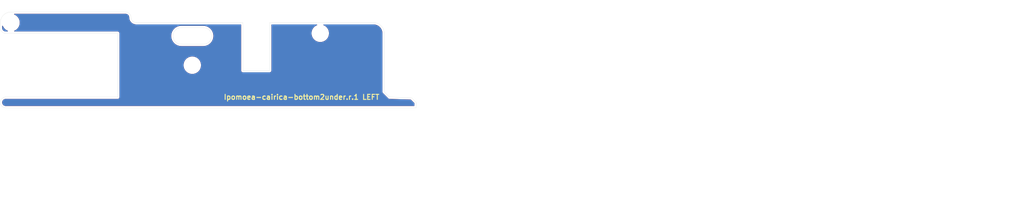
<source format=kicad_pcb>
(kicad_pcb (version 20171130) (host pcbnew "(5.1.5)-3")

  (general
    (thickness 1.6)
    (drawings 21)
    (tracks 0)
    (zones 0)
    (modules 7)
    (nets 1)
  )

  (page A4)
  (layers
    (0 F.Cu signal)
    (31 B.Cu signal)
    (32 B.Adhes user)
    (33 F.Adhes user)
    (34 B.Paste user)
    (35 F.Paste user)
    (36 B.SilkS user)
    (37 F.SilkS user)
    (38 B.Mask user)
    (39 F.Mask user)
    (40 Dwgs.User user)
    (41 Cmts.User user)
    (42 Eco1.User user)
    (43 Eco2.User user)
    (44 Edge.Cuts user)
    (45 Margin user)
    (46 B.CrtYd user)
    (47 F.CrtYd user)
    (48 B.Fab user)
    (49 F.Fab user)
  )

  (setup
    (last_trace_width 0.25)
    (trace_clearance 0.2)
    (zone_clearance 0.508)
    (zone_45_only no)
    (trace_min 0.2)
    (via_size 0.8)
    (via_drill 0.4)
    (via_min_size 0.4)
    (via_min_drill 0.3)
    (uvia_size 0.3)
    (uvia_drill 0.1)
    (uvias_allowed no)
    (uvia_min_size 0.2)
    (uvia_min_drill 0.1)
    (edge_width 0.05)
    (segment_width 0.2)
    (pcb_text_width 0.3)
    (pcb_text_size 1.5 1.5)
    (mod_edge_width 0.12)
    (mod_text_size 1 1)
    (mod_text_width 0.15)
    (pad_size 4.8 4.8)
    (pad_drill 4.8)
    (pad_to_mask_clearance 0.051)
    (solder_mask_min_width 0.25)
    (aux_axis_origin 0 0)
    (visible_elements 7FFFFFFF)
    (pcbplotparams
      (layerselection 0x010f0_ffffffff)
      (usegerberextensions true)
      (usegerberattributes false)
      (usegerberadvancedattributes false)
      (creategerberjobfile false)
      (excludeedgelayer true)
      (linewidth 0.100000)
      (plotframeref false)
      (viasonmask false)
      (mode 1)
      (useauxorigin false)
      (hpglpennumber 1)
      (hpglpenspeed 20)
      (hpglpendiameter 15.000000)
      (psnegative false)
      (psa4output false)
      (plotreference true)
      (plotvalue true)
      (plotinvisibletext false)
      (padsonsilk false)
      (subtractmaskfromsilk true)
      (outputformat 1)
      (mirror false)
      (drillshape 0)
      (scaleselection 1)
      (outputdirectory "../GERBER/Ipomoea-cairica-bottom2under_LEFT"))
  )

  (net 0 "")

  (net_class Default "これはデフォルトのネット クラスです。"
    (clearance 0.2)
    (trace_width 0.25)
    (via_dia 0.8)
    (via_drill 0.4)
    (uvia_dia 0.3)
    (uvia_drill 0.1)
  )

  (module Ipomoea-cairica:M2_SCREW_HOLE_CL (layer F.Cu) (tedit 5E5669A5) (tstamp 5E530EA5)
    (at 69.85 31.75)
    (attr virtual)
    (fp_text reference M2_SPACER_HOLE_005 (at -0.95 -0.55) (layer F.Fab) hide
      (effects (font (size 1 1) (thickness 0.15)))
    )
    (fp_text value Val** (at 0 0.55) (layer F.Fab) hide
      (effects (font (size 1 1) (thickness 0.15)))
    )
    (pad "" np_thru_hole circle (at 0 0) (size 2.2 2.2) (drill 2.2) (layers *.Cu *.Mask)
      (clearance 1.5))
  )

  (module Ipomoea-cairica:M2_SCREW_HOLE_CL (layer F.Cu) (tedit 5E5669A5) (tstamp 5E530657)
    (at 107.95 22.225)
    (attr virtual)
    (fp_text reference M2_SPACER_HOLE_006 (at -0.95 -0.55) (layer F.Fab) hide
      (effects (font (size 1 1) (thickness 0.15)))
    )
    (fp_text value Val** (at 0 0.55) (layer F.Fab) hide
      (effects (font (size 1 1) (thickness 0.15)))
    )
    (pad "" np_thru_hole circle (at 0 0) (size 2.2 2.2) (drill 2.2) (layers *.Cu *.Mask)
      (clearance 1.5))
  )

  (module Ipomoea-cairica:M2_SCREW_HOLE_CL (layer F.Cu) (tedit 5E5669A5) (tstamp 5E52F997)
    (at 15.875 19.05)
    (attr virtual)
    (fp_text reference M2_SPACER_HOLE_014 (at -0.95 -0.55) (layer F.Fab) hide
      (effects (font (size 1 1) (thickness 0.15)))
    )
    (fp_text value Val** (at 0 0.55) (layer F.Fab) hide
      (effects (font (size 1 1) (thickness 0.15)))
    )
    (pad "" np_thru_hole circle (at 0 0) (size 2.2 2.2) (drill 2.2) (layers *.Cu *.Mask)
      (clearance 1.5))
  )

  (module Ipomoea-cairica:CUT_HOLE_CENTER_UNDER_LEFT (layer F.Cu) (tedit 5E5662F7) (tstamp 5E52B174)
    (at 141.2875 69.85)
    (fp_text reference CUT_HOLE_CENTER (at 0 1.5875) (layer Dwgs.User)
      (effects (font (size 1 1) (thickness 0.15)))
    )
    (fp_text value CUT_HOLE_CENTER_UNDER_LEFT (at 0 -1.5875) (layer Dwgs.User)
      (effects (font (size 1 1) (thickness 0.15)))
    )
    (fp_line (start -12.7 -28.575) (end -6.1495 -28.375) (layer Edge.Cuts) (width 0.05))
    (fp_line (start -14.2875 -47.625) (end -14.2875 -30.1625) (layer Edge.Cuts) (width 0.05))
    (fp_line (start -14.2875 -30.1625) (end -12.7 -28.575) (layer Edge.Cuts) (width 0.05))
    (fp_line (start -6.1495 -28.375) (end -4.7625 -26.9875) (layer Edge.Cuts) (width 0.05))
    (fp_line (start -4.7625 -26.9875) (end -4.7625 -25.4) (layer Edge.Cuts) (width 0.05))
  )

  (module Ipomoea-cairica:ResetSW_1side_HOLE (layer B.Cu) (tedit 5E52BCDB) (tstamp 5E526C00)
    (at 69.85 23.01875 180)
    (path /5E9EBF4D)
    (fp_text reference SW_RST1 (at 0 -2.55) (layer Dwgs.User) hide
      (effects (font (size 1 1) (thickness 0.15)))
    )
    (fp_text value SW_PUSH (at 0 2.55) (layer B.Fab)
      (effects (font (size 1 1) (thickness 0.15)) (justify mirror))
    )
    (fp_line (start -3.25 -2.5) (end 3.25 -2.5) (layer Edge.Cuts) (width 0.05))
    (fp_line (start -3.25 2.5) (end 3.25 2.5) (layer Edge.Cuts) (width 0.05))
    (fp_arc (start 3.25 0) (end 3.25 -2.5) (angle 180) (layer Edge.Cuts) (width 0.05))
    (fp_arc (start -3.25 0) (end -3.25 2.5) (angle 180) (layer Edge.Cuts) (width 0.05))
    (fp_circle (center -3.25 0) (end -2.25 0) (layer Dwgs.User) (width 0.12))
    (fp_circle (center 3.25 0) (end 4.25 0) (layer Dwgs.User) (width 0.12))
    (fp_text user RESET (at 0 0) (layer Dwgs.User)
      (effects (font (size 1 1) (thickness 0.15)))
    )
    (fp_line (start 3 1.75) (end 3 1.5) (layer Dwgs.User) (width 0.15))
    (fp_line (start -3 1.75) (end 3 1.75) (layer Dwgs.User) (width 0.15))
    (fp_line (start -3 1.75) (end -3 1.5) (layer Dwgs.User) (width 0.15))
    (fp_line (start -3 -1.75) (end -3 -1.5) (layer Dwgs.User) (width 0.15))
    (fp_line (start 3 -1.75) (end 3 -1.5) (layer Dwgs.User) (width 0.15))
    (fp_line (start -3 -1.75) (end 3 -1.75) (layer Dwgs.User) (width 0.15))
  )

  (module Ipomoea-cairica:ProMicro_Layout (layer F.Cu) (tedit 5E5274C1) (tstamp 5E5274DA)
    (at 31.75 32.015 90)
    (path /5E4FEF10)
    (fp_text reference U1 (at 0 0.5 90) (layer Dwgs.User)
      (effects (font (size 1 1) (thickness 0.15)))
    )
    (fp_text value ProMicro_Layout (at 0 -0.5 90) (layer F.Fab)
      (effects (font (size 1 1) (thickness 0.15)))
    )
    (fp_circle (center -7.62 13.97) (end -6.858 13.97) (layer Dwgs.User) (width 0.12))
    (fp_circle (center -7.62 11.43) (end -6.858 11.43) (layer Dwgs.User) (width 0.12))
    (fp_circle (center -7.62 6.35) (end -6.858 6.35) (layer Dwgs.User) (width 0.12))
    (fp_circle (center -7.62 -1.27) (end -6.858 -1.27) (layer Dwgs.User) (width 0.12))
    (fp_circle (center -7.62 1.27) (end -6.858 1.27) (layer Dwgs.User) (width 0.12))
    (fp_circle (center -7.62 8.89) (end -6.858 8.89) (layer Dwgs.User) (width 0.12))
    (fp_circle (center -7.62 3.81) (end -6.858 3.81) (layer Dwgs.User) (width 0.12))
    (fp_circle (center -7.62 -3.81) (end -6.858 -3.81) (layer Dwgs.User) (width 0.12))
    (fp_circle (center -7.62 -6.35) (end -6.858 -6.35) (layer Dwgs.User) (width 0.12))
    (fp_circle (center -7.62 -8.89) (end -6.858 -8.89) (layer Dwgs.User) (width 0.12))
    (fp_circle (center -7.62 -11.43) (end -6.858 -11.43) (layer Dwgs.User) (width 0.12))
    (fp_circle (center -7.62 -13.97) (end -6.858 -13.97) (layer Dwgs.User) (width 0.12))
    (fp_circle (center 7.62 13.97) (end 8.382 13.97) (layer Dwgs.User) (width 0.12))
    (fp_circle (center 7.62 11.43) (end 8.382 11.43) (layer Dwgs.User) (width 0.12))
    (fp_circle (center 7.62 8.89) (end 8.382 8.89) (layer Dwgs.User) (width 0.12))
    (fp_circle (center 7.62 -3.81) (end 8.382 -3.81) (layer Dwgs.User) (width 0.12))
    (fp_circle (center 7.62 6.35) (end 8.382 6.35) (layer Dwgs.User) (width 0.12))
    (fp_circle (center 7.62 3.81) (end 8.382 3.81) (layer Dwgs.User) (width 0.12))
    (fp_circle (center 7.62 -1.27) (end 8.382 -1.27) (layer Dwgs.User) (width 0.12))
    (fp_circle (center 7.62 1.27) (end 8.382 1.27) (layer Dwgs.User) (width 0.12))
    (fp_circle (center 7.62 -6.35) (end 8.382 -6.35) (layer Dwgs.User) (width 0.12))
    (fp_circle (center 7.62 -8.89) (end 8.382 -8.89) (layer Dwgs.User) (width 0.12))
    (fp_circle (center 7.62 -11.43) (end 8.382 -11.43) (layer Dwgs.User) (width 0.12))
    (fp_circle (center 7.62 -13.97) (end 8.382 -13.97) (layer Dwgs.User) (width 0.12))
    (fp_circle (center -7.62 -16.51) (end -6.858 -16.51) (layer Dwgs.User) (width 0.12))
    (fp_circle (center 7.62 -16.51) (end 8.382 -16.51) (layer Dwgs.User) (width 0.12))
    (fp_text user ProMicro (at 0 13.97 90 unlocked) (layer Dwgs.User)
      (effects (font (size 1 1) (thickness 0.15)) (justify mirror))
    )
    (fp_text user D3 (at 5.08 -13.97 90) (layer Dwgs.User)
      (effects (font (size 0.8 0.8) (thickness 0.15)) (justify mirror))
    )
    (fp_text user F6 (at -5.08 1.27 90 unlocked) (layer Dwgs.User)
      (effects (font (size 0.8 0.8) (thickness 0.15)) (justify mirror))
    )
    (fp_text user B3 (at -5.08 8.89 90 unlocked) (layer Dwgs.User)
      (effects (font (size 0.8 0.8) (thickness 0.15)) (justify mirror))
    )
    (fp_text user D0 (at 5.08 -1.27 90 unlocked) (layer Dwgs.User)
      (effects (font (size 0.8 0.8) (thickness 0.15)) (justify mirror))
    )
    (fp_text user D7 (at 5.08 6.35 90 unlocked) (layer Dwgs.User)
      (effects (font (size 0.8 0.8) (thickness 0.15)) (justify mirror))
    )
    (fp_text user C6 (at 5.08 3.81 90 unlocked) (layer Dwgs.User)
      (effects (font (size 0.8 0.8) (thickness 0.15)) (justify mirror))
    )
    (fp_text user F7 (at -5.08 3.81 90 unlocked) (layer Dwgs.User)
      (effects (font (size 0.8 0.8) (thickness 0.15)) (justify mirror))
    )
    (fp_text user B5 (at 5.08 13.97 90 unlocked) (layer Dwgs.User)
      (effects (font (size 0.8 0.8) (thickness 0.15)) (justify mirror))
    )
    (fp_text user B6 (at -5.08 13.97 90 unlocked) (layer Dwgs.User)
      (effects (font (size 0.8 0.8) (thickness 0.15)) (justify mirror))
    )
    (fp_text user D1 (at 5.08 -3.81 90 unlocked) (layer Dwgs.User)
      (effects (font (size 0.8 0.8) (thickness 0.15)) (justify mirror))
    )
    (fp_text user F5 (at -5.08 -1.27 90 unlocked) (layer Dwgs.User)
      (effects (font (size 0.8 0.8) (thickness 0.15)) (justify mirror))
    )
    (fp_text user B4 (at 5.08 11.43 90 unlocked) (layer Dwgs.User)
      (effects (font (size 0.8 0.8) (thickness 0.15)) (justify mirror))
    )
    (fp_text user F4 (at -5.08 -3.81 90 unlocked) (layer Dwgs.User)
      (effects (font (size 0.8 0.8) (thickness 0.15)) (justify mirror))
    )
    (fp_text user RST (at -5.08 -8.89 90 unlocked) (layer Dwgs.User)
      (effects (font (size 0.8 0.8) (thickness 0.15)) (justify mirror))
    )
    (fp_text user VCC (at -5.08 -6.35 90 unlocked) (layer Dwgs.User)
      (effects (font (size 0.8 0.8) (thickness 0.15)) (justify mirror))
    )
    (fp_text user GND (at -5.08 -11.43 90 unlocked) (layer Dwgs.User)
      (effects (font (size 0.8 0.8) (thickness 0.15)) (justify mirror))
    )
    (fp_text user GND (at 5.08 -6.35 90 unlocked) (layer Dwgs.User)
      (effects (font (size 0.8 0.8) (thickness 0.15)) (justify mirror))
    )
    (fp_text user E6 (at 5.08 8.89 90 unlocked) (layer Dwgs.User)
      (effects (font (size 0.8 0.8) (thickness 0.15)) (justify mirror))
    )
    (fp_text user D2 (at 5.08 -11.43 90 unlocked) (layer Dwgs.User)
      (effects (font (size 0.8 0.8) (thickness 0.15)) (justify mirror))
    )
    (fp_text user GND (at 5.08 -8.89 90 unlocked) (layer Dwgs.User)
      (effects (font (size 0.8 0.8) (thickness 0.15)) (justify mirror))
    )
    (fp_text user D4 (at 5.08 1.27 90 unlocked) (layer Dwgs.User)
      (effects (font (size 0.8 0.8) (thickness 0.15)) (justify mirror))
    )
    (fp_text user B2 (at -5.08 11.43 90 unlocked) (layer Dwgs.User)
      (effects (font (size 0.8 0.8) (thickness 0.15)) (justify mirror))
    )
    (fp_text user RAW (at -5.08 -13.97 90 unlocked) (layer Dwgs.User)
      (effects (font (size 0.8 0.8) (thickness 0.15)) (justify mirror))
    )
    (fp_text user B1 (at -5.08 6.35 90) (layer Dwgs.User)
      (effects (font (size 0.8 0.8) (thickness 0.15)) (justify mirror))
    )
    (fp_line (start 8.89 -17.78) (end 8.89 15.24) (layer Dwgs.User) (width 0.2))
    (fp_line (start -8.89 15.24) (end -8.89 -17.78) (layer Dwgs.User) (width 0.2))
    (fp_line (start 3.81 -19.05) (end -3.81 -19.05) (layer Dwgs.User) (width 0.2))
    (fp_line (start 8.89 15.24) (end -8.89 15.24) (layer Dwgs.User) (width 0.2))
    (fp_line (start -3.81 -19.05) (end -3.81 -15.24) (layer Dwgs.User) (width 0.2))
    (fp_line (start 3.81 -15.24) (end 3.81 -19.05) (layer Dwgs.User) (width 0.2))
    (fp_line (start -3.81 -15.24) (end 3.81 -15.24) (layer Dwgs.User) (width 0.2))
    (fp_line (start -8.89 -17.78) (end 8.89 -17.78) (layer Dwgs.User) (width 0.2))
  )

  (module Ipomoea-cairica:MJ-4PP-9_1side_Layout (layer B.Cu) (tedit 5E52751B) (tstamp 5E526C26)
    (at 88.9 20.6375 180)
    (path /5E676F2F)
    (fp_text reference J1 (at -0.85 -4.95) (layer B.Fab)
      (effects (font (size 1 1) (thickness 0.15)) (justify mirror))
    )
    (fp_text value MJ-4PP-9 (at 0 -14) (layer B.Fab) hide
      (effects (font (size 1 1) (thickness 0.15)) (justify mirror))
    )
    (fp_circle (center -2.1 -12.18) (end -1.25 -12.18) (layer Dwgs.User) (width 0.12))
    (fp_text user TRRS (at -0.75 -6.45) (layer Dwgs.User)
      (effects (font (size 1 1) (thickness 0.15)))
    )
    (fp_line (start -3 -12) (end -3 0) (layer Dwgs.User) (width 0.15))
    (fp_line (start 3 -12) (end -3 -12) (layer Dwgs.User) (width 0.15))
    (fp_line (start 3 0) (end 3 -12) (layer Dwgs.User) (width 0.15))
    (fp_line (start -3 0) (end 3 0) (layer Dwgs.User) (width 0.15))
    (model "../../../../../../Users/pluis/Documents/Magic Briefcase/Documents/KiCad/3d/AB2_TRS_3p5MM_PTH.wrl"
      (at (xyz 0 0 0))
      (scale (xyz 0.42 0.42 0.42))
      (rotate (xyz 0 0 90))
    )
  )

  (dimension 28.575 (width 0.15) (layer Dwgs.User)
    (gr_text "28.575 mm" (at 139.4125 30.1625 270) (layer Dwgs.User)
      (effects (font (size 1 1) (thickness 0.15)))
    )
    (feature1 (pts (xy 136.525 44.45) (xy 138.698921 44.45)))
    (feature2 (pts (xy 136.525 15.875) (xy 138.698921 15.875)))
    (crossbar (pts (xy 138.1125 15.875) (xy 138.1125 44.45)))
    (arrow1a (pts (xy 138.1125 44.45) (xy 137.526079 43.323496)))
    (arrow1b (pts (xy 138.1125 44.45) (xy 138.698921 43.323496)))
    (arrow2a (pts (xy 138.1125 15.875) (xy 137.526079 17.001504)))
    (arrow2b (pts (xy 138.1125 15.875) (xy 138.698921 17.001504)))
  )
  (dimension 123.825 (width 0.15) (layer Dwgs.User)
    (gr_text "123.825 mm" (at 74.6125 12.9875) (layer Dwgs.User)
      (effects (font (size 1 1) (thickness 0.15)))
    )
    (feature1 (pts (xy 136.525 15.875) (xy 136.525 13.701079)))
    (feature2 (pts (xy 12.7 15.875) (xy 12.7 13.701079)))
    (crossbar (pts (xy 12.7 14.2875) (xy 136.525 14.2875)))
    (arrow1a (pts (xy 136.525 14.2875) (xy 135.398496 14.873921)))
    (arrow1b (pts (xy 136.525 14.2875) (xy 135.398496 13.701079)))
    (arrow2a (pts (xy 12.7 14.2875) (xy 13.826504 14.873921)))
    (arrow2b (pts (xy 12.7 14.2875) (xy 13.826504 13.701079)))
  )
  (gr_arc (start 50.00625 17.4625) (end 51.59375 17.4625) (angle -90) (layer Edge.Cuts) (width 0.05) (tstamp 5E56DE0F))
  (gr_line (start 12.7 19.05) (end 12.7 20.6375) (layer Edge.Cuts) (width 0.05) (tstamp 5E56DE15))
  (gr_arc (start 14.2875 42.8625) (end 12.7 42.8625) (angle -90) (layer Edge.Cuts) (width 0.05) (tstamp 5E56DE12))
  (gr_arc (start 15.875 19.05) (end 15.875 15.875) (angle -90) (layer Edge.Cuts) (width 0.05) (tstamp 5E56DE10))
  (gr_arc (start 14.2875 20.6375) (end 12.7 20.6375) (angle -90) (layer Edge.Cuts) (width 0.05) (tstamp 5E56DE16))
  (gr_line (start 15.875 15.875) (end 50.00625 15.875) (layer Edge.Cuts) (width 0.05) (tstamp 5E56DE14))
  (gr_arc (start 14.2875 42.8625) (end 14.2875 41.275) (angle -90) (layer Edge.Cuts) (width 0.05) (tstamp 5E56DE13))
  (gr_arc (start 53.18125 17.4625) (end 51.59375 17.4625) (angle -90) (layer Edge.Cuts) (width 0.05) (tstamp 5E56DE11))
  (gr_text "Ipomoea-cairica-bottom2under.r.1 LEFT" (at 102.39375 41.275) (layer F.SilkS) (tstamp 5E538E00)
    (effects (font (size 1.5 1.5) (thickness 0.3)))
  )
  (gr_line (start 136.525 44.45) (end 14.2875 44.45) (layer Edge.Cuts) (width 0.05) (tstamp 5E54244F))
  (gr_line (start 92.86875 33.3375) (end 92.86875 19.05) (layer Edge.Cuts) (width 0.05) (tstamp 5E5407E4))
  (gr_line (start 92.86875 33.3375) (end 84.93125 33.3375) (layer Edge.Cuts) (width 0.05) (tstamp 5E5407DF))
  (gr_line (start 84.93125 33.3375) (end 84.93125 19.05) (layer Edge.Cuts) (width 0.05) (tstamp 5E5407D7))
  (gr_line (start 92.86875 19.05) (end 123.825 19.05) (layer Edge.Cuts) (width 0.05) (tstamp 5E5407D4))
  (gr_line (start 53.18125 19.05) (end 84.93125 19.05) (layer Edge.Cuts) (width 0.05) (tstamp 5E5407AA))
  (gr_line (start 14.2875 22.225) (end 47.625 22.225) (layer Edge.Cuts) (width 0.05) (tstamp 5E53A486))
  (gr_line (start 47.625 41.275) (end 47.625 22.225) (layer Edge.Cuts) (width 0.05) (tstamp 5E53A483))
  (gr_line (start 47.625 41.275) (end 14.2875 41.275) (layer Edge.Cuts) (width 0.05) (tstamp 5E53A47F))
  (gr_arc (start 123.825 22.225) (end 127 22.225) (angle -90) (layer Edge.Cuts) (width 0.05) (tstamp 5E5346B4))

  (zone (net 0) (net_name "") (layer F.Cu) (tstamp 5E5665A2) (hatch edge 0.508)
    (connect_pads (clearance 0.508))
    (min_thickness 0.254)
    (fill yes (arc_segments 32) (thermal_gap 0.508) (thermal_bridge_width 0.508))
    (polygon
      (pts
        (xy 317.5 44.45) (xy 12.7 44.45) (xy 12.7 15.875) (xy 317.5 15.875)
      )
    )
    (filled_polygon
      (pts
        (xy 50.185788 16.555769) (xy 50.358487 16.60791) (xy 50.517768 16.692602) (xy 50.657569 16.806619) (xy 50.772558 16.945617)
        (xy 50.85836 17.104305) (xy 50.911705 17.276635) (xy 50.936641 17.51389) (xy 50.936505 17.533399) (xy 50.937404 17.542571)
        (xy 50.969789 17.850698) (xy 50.981819 17.909304) (xy 50.993026 17.968056) (xy 50.99569 17.976878) (xy 51.087308 18.272848)
        (xy 51.110496 18.328011) (xy 51.132898 18.383457) (xy 51.137224 18.391593) (xy 51.284585 18.664131) (xy 51.318018 18.713698)
        (xy 51.350789 18.763777) (xy 51.356614 18.770918) (xy 51.554104 19.009643) (xy 51.596522 19.051765) (xy 51.638404 19.094535)
        (xy 51.645505 19.100409) (xy 51.885603 19.296226) (xy 51.935411 19.329318) (xy 51.984783 19.363124) (xy 51.992889 19.367507)
        (xy 52.266449 19.512962) (xy 52.321767 19.535762) (xy 52.376738 19.559323) (xy 52.385541 19.562048) (xy 52.682142 19.651597)
        (xy 52.74083 19.663217) (xy 52.799333 19.675653) (xy 52.808498 19.676616) (xy 53.116845 19.70685) (xy 53.116848 19.70685)
        (xy 53.148831 19.71) (xy 84.271251 19.71) (xy 84.27125 33.305081) (xy 84.268057 33.3375) (xy 84.2808 33.466883)
        (xy 84.31854 33.591293) (xy 84.379825 33.70595) (xy 84.462302 33.806448) (xy 84.5628 33.888925) (xy 84.677457 33.95021)
        (xy 84.801867 33.98795) (xy 84.93125 34.000693) (xy 84.963669 33.9975) (xy 92.836331 33.9975) (xy 92.86875 34.000693)
        (xy 92.901169 33.9975) (xy 92.998133 33.98795) (xy 93.122543 33.95021) (xy 93.2372 33.888925) (xy 93.337698 33.806448)
        (xy 93.420175 33.70595) (xy 93.48146 33.591293) (xy 93.5192 33.466883) (xy 93.531943 33.3375) (xy 93.52875 33.305081)
        (xy 93.52875 19.71) (xy 106.895752 19.71) (xy 106.658281 19.808364) (xy 106.211639 20.106801) (xy 105.831801 20.486639)
        (xy 105.533364 20.933281) (xy 105.327797 21.429563) (xy 105.223 21.956414) (xy 105.223 22.493586) (xy 105.327797 23.020437)
        (xy 105.533364 23.516719) (xy 105.831801 23.963361) (xy 106.211639 24.343199) (xy 106.658281 24.641636) (xy 107.154563 24.847203)
        (xy 107.681414 24.952) (xy 108.218586 24.952) (xy 108.745437 24.847203) (xy 109.241719 24.641636) (xy 109.688361 24.343199)
        (xy 110.068199 23.963361) (xy 110.366636 23.516719) (xy 110.572203 23.020437) (xy 110.677 22.493586) (xy 110.677 21.956414)
        (xy 110.572203 21.429563) (xy 110.366636 20.933281) (xy 110.068199 20.486639) (xy 109.688361 20.106801) (xy 109.241719 19.808364)
        (xy 109.004248 19.71) (xy 123.792722 19.71) (xy 124.312884 19.761002) (xy 124.782188 19.902694) (xy 125.215025 20.132837)
        (xy 125.594927 20.442678) (xy 125.907403 20.820397) (xy 126.140569 21.251627) (xy 126.285532 21.719928) (xy 126.34 22.238153)
        (xy 126.340001 39.655081) (xy 126.336808 39.6875) (xy 126.349551 39.816882) (xy 126.38729 39.941292) (xy 126.448575 40.05595)
        (xy 126.510386 40.131266) (xy 126.510389 40.131269) (xy 126.531053 40.156448) (xy 126.556232 40.177112) (xy 128.090746 41.711627)
        (xy 128.10446 41.729418) (xy 128.136585 41.757466) (xy 128.143733 41.764614) (xy 128.161047 41.778823) (xy 128.202394 41.814923)
        (xy 128.211192 41.819976) (xy 128.219049 41.826425) (xy 128.267526 41.852336) (xy 128.315127 41.879679) (xy 128.324748 41.882921)
        (xy 128.333707 41.88771) (xy 128.386274 41.903656) (xy 128.438327 41.921198) (xy 128.448401 41.922502) (xy 128.458117 41.925449)
        (xy 128.512766 41.930831) (xy 128.534955 41.933703) (xy 128.545051 41.934011) (xy 128.587499 41.938192) (xy 128.609857 41.93599)
        (xy 134.856257 42.126705) (xy 135.865 43.135811) (xy 135.865001 43.79) (xy 14.31978 43.79) (xy 14.107962 43.769231)
        (xy 13.935264 43.717091) (xy 13.775982 43.632399) (xy 13.636179 43.518378) (xy 13.521194 43.379385) (xy 13.43539 43.220695)
        (xy 13.382045 43.048365) (xy 13.362849 42.865725) (xy 13.380769 42.682962) (xy 13.43291 42.510263) (xy 13.517602 42.350982)
        (xy 13.631619 42.211181) (xy 13.770617 42.096192) (xy 13.929305 42.01039) (xy 14.101635 41.957045) (xy 14.31138 41.935)
        (xy 47.592581 41.935) (xy 47.625 41.938193) (xy 47.657419 41.935) (xy 47.754383 41.92545) (xy 47.878793 41.88771)
        (xy 47.99345 41.826425) (xy 48.093948 41.743948) (xy 48.176425 41.64345) (xy 48.23771 41.528793) (xy 48.27545 41.404383)
        (xy 48.288193 41.275) (xy 48.285 41.242581) (xy 48.285 31.481414) (xy 67.123 31.481414) (xy 67.123 32.018586)
        (xy 67.227797 32.545437) (xy 67.433364 33.041719) (xy 67.731801 33.488361) (xy 68.111639 33.868199) (xy 68.558281 34.166636)
        (xy 69.054563 34.372203) (xy 69.581414 34.477) (xy 70.118586 34.477) (xy 70.645437 34.372203) (xy 71.141719 34.166636)
        (xy 71.588361 33.868199) (xy 71.968199 33.488361) (xy 72.266636 33.041719) (xy 72.472203 32.545437) (xy 72.577 32.018586)
        (xy 72.577 31.481414) (xy 72.472203 30.954563) (xy 72.266636 30.458281) (xy 71.968199 30.011639) (xy 71.588361 29.631801)
        (xy 71.141719 29.333364) (xy 70.645437 29.127797) (xy 70.118586 29.023) (xy 69.581414 29.023) (xy 69.054563 29.127797)
        (xy 68.558281 29.333364) (xy 68.111639 29.631801) (xy 67.731801 30.011639) (xy 67.433364 30.458281) (xy 67.227797 30.954563)
        (xy 67.123 31.481414) (xy 48.285 31.481414) (xy 48.285 22.976385) (xy 63.442777 22.976385) (xy 63.443195 23.036203)
        (xy 63.442777 23.096021) (xy 63.443677 23.105192) (xy 63.494678 23.590434) (xy 63.506699 23.648997) (xy 63.517914 23.70779)
        (xy 63.520578 23.716612) (xy 63.664858 24.182706) (xy 63.688033 24.237836) (xy 63.710447 24.293315) (xy 63.714774 24.301451)
        (xy 63.946838 24.730644) (xy 63.980271 24.780211) (xy 64.013042 24.83029) (xy 64.018867 24.837431) (xy 64.329875 25.213377)
        (xy 64.372311 25.255517) (xy 64.414174 25.298267) (xy 64.421275 25.304141) (xy 64.799382 25.612517) (xy 64.849191 25.645609)
        (xy 64.898563 25.679416) (xy 64.906667 25.683797) (xy 64.906675 25.683801) (xy 65.337473 25.912861) (xy 65.392788 25.93566)
        (xy 65.44776 25.959221) (xy 65.456563 25.961946) (xy 65.923652 26.102969) (xy 65.982369 26.114595) (xy 66.040845 26.127025)
        (xy 66.050009 26.127988) (xy 66.535596 26.1756) (xy 66.535598 26.1756) (xy 66.567581 26.17875) (xy 73.132419 26.17875)
        (xy 73.134718 26.178524) (xy 73.139519 26.17849) (xy 73.169333 26.175356) (xy 73.199309 26.175356) (xy 73.208474 26.174393)
        (xy 73.693348 26.120006) (xy 73.751863 26.107568) (xy 73.81054 26.09595) (xy 73.819343 26.093225) (xy 74.284419 25.945694)
        (xy 74.339391 25.922133) (xy 74.394706 25.899334) (xy 74.402812 25.894951) (xy 74.830374 25.659897) (xy 74.879736 25.626098)
        (xy 74.929558 25.592997) (xy 74.936658 25.587123) (xy 75.310423 25.273497) (xy 75.352286 25.230747) (xy 75.394721 25.188608)
        (xy 75.400545 25.181467) (xy 75.706274 24.801217) (xy 75.739034 24.751154) (xy 75.772479 24.70157) (xy 75.776805 24.693433)
        (xy 76.002854 24.261041) (xy 76.02525 24.205609) (xy 76.048444 24.150433) (xy 76.051107 24.141611) (xy 76.188865 23.673548)
        (xy 76.200066 23.614829) (xy 76.212103 23.556192) (xy 76.213002 23.547021) (xy 76.257223 23.061115) (xy 76.256805 23.001297)
        (xy 76.257223 22.94148) (xy 76.256323 22.932308) (xy 76.205322 22.447066) (xy 76.193302 22.38851) (xy 76.182086 22.329709)
        (xy 76.179422 22.320888) (xy 76.035142 21.854794) (xy 76.011954 21.799631) (xy 75.989552 21.744185) (xy 75.985226 21.736049)
        (xy 75.753162 21.306856) (xy 75.719729 21.257289) (xy 75.686958 21.20721) (xy 75.681134 21.200069) (xy 75.370125 20.824124)
        (xy 75.327708 20.782002) (xy 75.285826 20.739233) (xy 75.278725 20.73336) (xy 74.900618 20.424983) (xy 74.850809 20.391891)
        (xy 74.801437 20.358084) (xy 74.793331 20.353702) (xy 74.362527 20.12464) (xy 74.307233 20.101849) (xy 74.25224 20.078279)
        (xy 74.243437 20.075554) (xy 73.776347 19.934531) (xy 73.717653 19.922909) (xy 73.659156 19.910475) (xy 73.649991 19.909512)
        (xy 73.164405 19.8619) (xy 73.164402 19.8619) (xy 73.132419 19.85875) (xy 66.567581 19.85875) (xy 66.565282 19.858976)
        (xy 66.560481 19.85901) (xy 66.530667 19.862144) (xy 66.500691 19.862144) (xy 66.491526 19.863107) (xy 66.006652 19.917494)
        (xy 65.948137 19.929932) (xy 65.88946 19.94155) (xy 65.880657 19.944275) (xy 65.415581 20.091806) (xy 65.360609 20.115367)
        (xy 65.305294 20.138166) (xy 65.297188 20.142549) (xy 64.869625 20.377603) (xy 64.820269 20.411398) (xy 64.770442 20.444503)
        (xy 64.763342 20.450377) (xy 64.389578 20.764003) (xy 64.347734 20.806733) (xy 64.305279 20.848892) (xy 64.299455 20.856034)
        (xy 63.993726 21.236283) (xy 63.960966 21.286346) (xy 63.927521 21.33593) (xy 63.923195 21.344067) (xy 63.697146 21.776459)
        (xy 63.674767 21.83185) (xy 63.651556 21.887067) (xy 63.648893 21.895889) (xy 63.511135 22.363952) (xy 63.499934 22.422671)
        (xy 63.487897 22.481308) (xy 63.486998 22.490479) (xy 63.442777 22.976385) (xy 48.285 22.976385) (xy 48.285 22.257419)
        (xy 48.288193 22.225) (xy 48.27545 22.095617) (xy 48.23771 21.971207) (xy 48.176425 21.85655) (xy 48.093948 21.756052)
        (xy 47.99345 21.673575) (xy 47.878793 21.61229) (xy 47.754383 21.57455) (xy 47.689402 21.56815) (xy 47.625 21.561807)
        (xy 47.592581 21.565) (xy 16.929248 21.565) (xy 17.166719 21.466636) (xy 17.613361 21.168199) (xy 17.993199 20.788361)
        (xy 18.291636 20.341719) (xy 18.497203 19.845437) (xy 18.602 19.318586) (xy 18.602 18.781414) (xy 18.497203 18.254563)
        (xy 18.291636 17.758281) (xy 17.993199 17.311639) (xy 17.613361 16.931801) (xy 17.166719 16.633364) (xy 16.929248 16.535)
        (xy 49.973971 16.535)
      )
    )
    (filled_polygon
      (pts
        (xy 13.458364 20.341719) (xy 13.756801 20.788361) (xy 14.136639 21.168199) (xy 14.583281 21.466636) (xy 14.820752 21.565)
        (xy 14.31978 21.565) (xy 14.107962 21.544231) (xy 13.935264 21.492091) (xy 13.775982 21.407399) (xy 13.636179 21.293378)
        (xy 13.521194 21.154385) (xy 13.43539 20.995695) (xy 13.382045 20.823365) (xy 13.36 20.613619) (xy 13.36 20.104248)
      )
    )
  )
  (zone (net 0) (net_name "") (layer B.Cu) (tstamp 5E5665A1) (hatch edge 0.508)
    (connect_pads (clearance 0.508))
    (min_thickness 0.254)
    (fill yes (arc_segments 32) (thermal_gap 0.508) (thermal_bridge_width 0.508))
    (polygon
      (pts
        (xy 317.5 44.45) (xy 12.7 44.45) (xy 12.7 15.875) (xy 317.5 15.875)
      )
    )
    (filled_polygon
      (pts
        (xy 50.185788 16.555769) (xy 50.358487 16.60791) (xy 50.517768 16.692602) (xy 50.657569 16.806619) (xy 50.772558 16.945617)
        (xy 50.85836 17.104305) (xy 50.911705 17.276635) (xy 50.936641 17.51389) (xy 50.936505 17.533399) (xy 50.937404 17.542571)
        (xy 50.969789 17.850698) (xy 50.981819 17.909304) (xy 50.993026 17.968056) (xy 50.99569 17.976878) (xy 51.087308 18.272848)
        (xy 51.110496 18.328011) (xy 51.132898 18.383457) (xy 51.137224 18.391593) (xy 51.284585 18.664131) (xy 51.318018 18.713698)
        (xy 51.350789 18.763777) (xy 51.356614 18.770918) (xy 51.554104 19.009643) (xy 51.596522 19.051765) (xy 51.638404 19.094535)
        (xy 51.645505 19.100409) (xy 51.885603 19.296226) (xy 51.935411 19.329318) (xy 51.984783 19.363124) (xy 51.992889 19.367507)
        (xy 52.266449 19.512962) (xy 52.321767 19.535762) (xy 52.376738 19.559323) (xy 52.385541 19.562048) (xy 52.682142 19.651597)
        (xy 52.74083 19.663217) (xy 52.799333 19.675653) (xy 52.808498 19.676616) (xy 53.116845 19.70685) (xy 53.116848 19.70685)
        (xy 53.148831 19.71) (xy 84.271251 19.71) (xy 84.27125 33.305081) (xy 84.268057 33.3375) (xy 84.2808 33.466883)
        (xy 84.31854 33.591293) (xy 84.379825 33.70595) (xy 84.462302 33.806448) (xy 84.5628 33.888925) (xy 84.677457 33.95021)
        (xy 84.801867 33.98795) (xy 84.93125 34.000693) (xy 84.963669 33.9975) (xy 92.836331 33.9975) (xy 92.86875 34.000693)
        (xy 92.901169 33.9975) (xy 92.998133 33.98795) (xy 93.122543 33.95021) (xy 93.2372 33.888925) (xy 93.337698 33.806448)
        (xy 93.420175 33.70595) (xy 93.48146 33.591293) (xy 93.5192 33.466883) (xy 93.531943 33.3375) (xy 93.52875 33.305081)
        (xy 93.52875 19.71) (xy 106.895752 19.71) (xy 106.658281 19.808364) (xy 106.211639 20.106801) (xy 105.831801 20.486639)
        (xy 105.533364 20.933281) (xy 105.327797 21.429563) (xy 105.223 21.956414) (xy 105.223 22.493586) (xy 105.327797 23.020437)
        (xy 105.533364 23.516719) (xy 105.831801 23.963361) (xy 106.211639 24.343199) (xy 106.658281 24.641636) (xy 107.154563 24.847203)
        (xy 107.681414 24.952) (xy 108.218586 24.952) (xy 108.745437 24.847203) (xy 109.241719 24.641636) (xy 109.688361 24.343199)
        (xy 110.068199 23.963361) (xy 110.366636 23.516719) (xy 110.572203 23.020437) (xy 110.677 22.493586) (xy 110.677 21.956414)
        (xy 110.572203 21.429563) (xy 110.366636 20.933281) (xy 110.068199 20.486639) (xy 109.688361 20.106801) (xy 109.241719 19.808364)
        (xy 109.004248 19.71) (xy 123.792722 19.71) (xy 124.312884 19.761002) (xy 124.782188 19.902694) (xy 125.215025 20.132837)
        (xy 125.594927 20.442678) (xy 125.907403 20.820397) (xy 126.140569 21.251627) (xy 126.285532 21.719928) (xy 126.34 22.238153)
        (xy 126.340001 39.655081) (xy 126.336808 39.6875) (xy 126.349551 39.816882) (xy 126.38729 39.941292) (xy 126.448575 40.05595)
        (xy 126.510386 40.131266) (xy 126.510389 40.131269) (xy 126.531053 40.156448) (xy 126.556232 40.177112) (xy 128.090746 41.711627)
        (xy 128.10446 41.729418) (xy 128.136585 41.757466) (xy 128.143733 41.764614) (xy 128.161047 41.778823) (xy 128.202394 41.814923)
        (xy 128.211192 41.819976) (xy 128.219049 41.826425) (xy 128.267526 41.852336) (xy 128.315127 41.879679) (xy 128.324748 41.882921)
        (xy 128.333707 41.88771) (xy 128.386274 41.903656) (xy 128.438327 41.921198) (xy 128.448401 41.922502) (xy 128.458117 41.925449)
        (xy 128.512766 41.930831) (xy 128.534955 41.933703) (xy 128.545051 41.934011) (xy 128.587499 41.938192) (xy 128.609857 41.93599)
        (xy 134.856257 42.126705) (xy 135.865 43.135811) (xy 135.865001 43.79) (xy 14.31978 43.79) (xy 14.107962 43.769231)
        (xy 13.935264 43.717091) (xy 13.775982 43.632399) (xy 13.636179 43.518378) (xy 13.521194 43.379385) (xy 13.43539 43.220695)
        (xy 13.382045 43.048365) (xy 13.362849 42.865725) (xy 13.380769 42.682962) (xy 13.43291 42.510263) (xy 13.517602 42.350982)
        (xy 13.631619 42.211181) (xy 13.770617 42.096192) (xy 13.929305 42.01039) (xy 14.101635 41.957045) (xy 14.31138 41.935)
        (xy 47.592581 41.935) (xy 47.625 41.938193) (xy 47.657419 41.935) (xy 47.754383 41.92545) (xy 47.878793 41.88771)
        (xy 47.99345 41.826425) (xy 48.093948 41.743948) (xy 48.176425 41.64345) (xy 48.23771 41.528793) (xy 48.27545 41.404383)
        (xy 48.288193 41.275) (xy 48.285 41.242581) (xy 48.285 31.481414) (xy 67.123 31.481414) (xy 67.123 32.018586)
        (xy 67.227797 32.545437) (xy 67.433364 33.041719) (xy 67.731801 33.488361) (xy 68.111639 33.868199) (xy 68.558281 34.166636)
        (xy 69.054563 34.372203) (xy 69.581414 34.477) (xy 70.118586 34.477) (xy 70.645437 34.372203) (xy 71.141719 34.166636)
        (xy 71.588361 33.868199) (xy 71.968199 33.488361) (xy 72.266636 33.041719) (xy 72.472203 32.545437) (xy 72.577 32.018586)
        (xy 72.577 31.481414) (xy 72.472203 30.954563) (xy 72.266636 30.458281) (xy 71.968199 30.011639) (xy 71.588361 29.631801)
        (xy 71.141719 29.333364) (xy 70.645437 29.127797) (xy 70.118586 29.023) (xy 69.581414 29.023) (xy 69.054563 29.127797)
        (xy 68.558281 29.333364) (xy 68.111639 29.631801) (xy 67.731801 30.011639) (xy 67.433364 30.458281) (xy 67.227797 30.954563)
        (xy 67.123 31.481414) (xy 48.285 31.481414) (xy 48.285 22.976385) (xy 63.442777 22.976385) (xy 63.443195 23.036203)
        (xy 63.442777 23.096021) (xy 63.443677 23.105192) (xy 63.494678 23.590434) (xy 63.506699 23.648997) (xy 63.517914 23.70779)
        (xy 63.520578 23.716612) (xy 63.664858 24.182706) (xy 63.688033 24.237836) (xy 63.710447 24.293315) (xy 63.714774 24.301451)
        (xy 63.946838 24.730644) (xy 63.980271 24.780211) (xy 64.013042 24.83029) (xy 64.018867 24.837431) (xy 64.329875 25.213377)
        (xy 64.372311 25.255517) (xy 64.414174 25.298267) (xy 64.421275 25.304141) (xy 64.799382 25.612517) (xy 64.849191 25.645609)
        (xy 64.898563 25.679416) (xy 64.906667 25.683797) (xy 64.906675 25.683801) (xy 65.337473 25.912861) (xy 65.392788 25.93566)
        (xy 65.44776 25.959221) (xy 65.456563 25.961946) (xy 65.923652 26.102969) (xy 65.982369 26.114595) (xy 66.040845 26.127025)
        (xy 66.050009 26.127988) (xy 66.535596 26.1756) (xy 66.535598 26.1756) (xy 66.567581 26.17875) (xy 73.132419 26.17875)
        (xy 73.134718 26.178524) (xy 73.139519 26.17849) (xy 73.169333 26.175356) (xy 73.199309 26.175356) (xy 73.208474 26.174393)
        (xy 73.693348 26.120006) (xy 73.751863 26.107568) (xy 73.81054 26.09595) (xy 73.819343 26.093225) (xy 74.284419 25.945694)
        (xy 74.339391 25.922133) (xy 74.394706 25.899334) (xy 74.402812 25.894951) (xy 74.830374 25.659897) (xy 74.879736 25.626098)
        (xy 74.929558 25.592997) (xy 74.936658 25.587123) (xy 75.310423 25.273497) (xy 75.352286 25.230747) (xy 75.394721 25.188608)
        (xy 75.400545 25.181467) (xy 75.706274 24.801217) (xy 75.739034 24.751154) (xy 75.772479 24.70157) (xy 75.776805 24.693433)
        (xy 76.002854 24.261041) (xy 76.02525 24.205609) (xy 76.048444 24.150433) (xy 76.051107 24.141611) (xy 76.188865 23.673548)
        (xy 76.200066 23.614829) (xy 76.212103 23.556192) (xy 76.213002 23.547021) (xy 76.257223 23.061115) (xy 76.256805 23.001297)
        (xy 76.257223 22.94148) (xy 76.256323 22.932308) (xy 76.205322 22.447066) (xy 76.193302 22.38851) (xy 76.182086 22.329709)
        (xy 76.179422 22.320888) (xy 76.035142 21.854794) (xy 76.011954 21.799631) (xy 75.989552 21.744185) (xy 75.985226 21.736049)
        (xy 75.753162 21.306856) (xy 75.719729 21.257289) (xy 75.686958 21.20721) (xy 75.681134 21.200069) (xy 75.370125 20.824124)
        (xy 75.327708 20.782002) (xy 75.285826 20.739233) (xy 75.278725 20.73336) (xy 74.900618 20.424983) (xy 74.850809 20.391891)
        (xy 74.801437 20.358084) (xy 74.793331 20.353702) (xy 74.362527 20.12464) (xy 74.307233 20.101849) (xy 74.25224 20.078279)
        (xy 74.243437 20.075554) (xy 73.776347 19.934531) (xy 73.717653 19.922909) (xy 73.659156 19.910475) (xy 73.649991 19.909512)
        (xy 73.164405 19.8619) (xy 73.164402 19.8619) (xy 73.132419 19.85875) (xy 66.567581 19.85875) (xy 66.565282 19.858976)
        (xy 66.560481 19.85901) (xy 66.530667 19.862144) (xy 66.500691 19.862144) (xy 66.491526 19.863107) (xy 66.006652 19.917494)
        (xy 65.948137 19.929932) (xy 65.88946 19.94155) (xy 65.880657 19.944275) (xy 65.415581 20.091806) (xy 65.360609 20.115367)
        (xy 65.305294 20.138166) (xy 65.297188 20.142549) (xy 64.869625 20.377603) (xy 64.820269 20.411398) (xy 64.770442 20.444503)
        (xy 64.763342 20.450377) (xy 64.389578 20.764003) (xy 64.347734 20.806733) (xy 64.305279 20.848892) (xy 64.299455 20.856034)
        (xy 63.993726 21.236283) (xy 63.960966 21.286346) (xy 63.927521 21.33593) (xy 63.923195 21.344067) (xy 63.697146 21.776459)
        (xy 63.674767 21.83185) (xy 63.651556 21.887067) (xy 63.648893 21.895889) (xy 63.511135 22.363952) (xy 63.499934 22.422671)
        (xy 63.487897 22.481308) (xy 63.486998 22.490479) (xy 63.442777 22.976385) (xy 48.285 22.976385) (xy 48.285 22.257419)
        (xy 48.288193 22.225) (xy 48.27545 22.095617) (xy 48.23771 21.971207) (xy 48.176425 21.85655) (xy 48.093948 21.756052)
        (xy 47.99345 21.673575) (xy 47.878793 21.61229) (xy 47.754383 21.57455) (xy 47.689402 21.56815) (xy 47.625 21.561807)
        (xy 47.592581 21.565) (xy 16.929248 21.565) (xy 17.166719 21.466636) (xy 17.613361 21.168199) (xy 17.993199 20.788361)
        (xy 18.291636 20.341719) (xy 18.497203 19.845437) (xy 18.602 19.318586) (xy 18.602 18.781414) (xy 18.497203 18.254563)
        (xy 18.291636 17.758281) (xy 17.993199 17.311639) (xy 17.613361 16.931801) (xy 17.166719 16.633364) (xy 16.929248 16.535)
        (xy 49.973971 16.535)
      )
    )
    (filled_polygon
      (pts
        (xy 13.458364 20.341719) (xy 13.756801 20.788361) (xy 14.136639 21.168199) (xy 14.583281 21.466636) (xy 14.820752 21.565)
        (xy 14.31978 21.565) (xy 14.107962 21.544231) (xy 13.935264 21.492091) (xy 13.775982 21.407399) (xy 13.636179 21.293378)
        (xy 13.521194 21.154385) (xy 13.43539 20.995695) (xy 13.382045 20.823365) (xy 13.36 20.613619) (xy 13.36 20.104248)
      )
    )
  )
)

</source>
